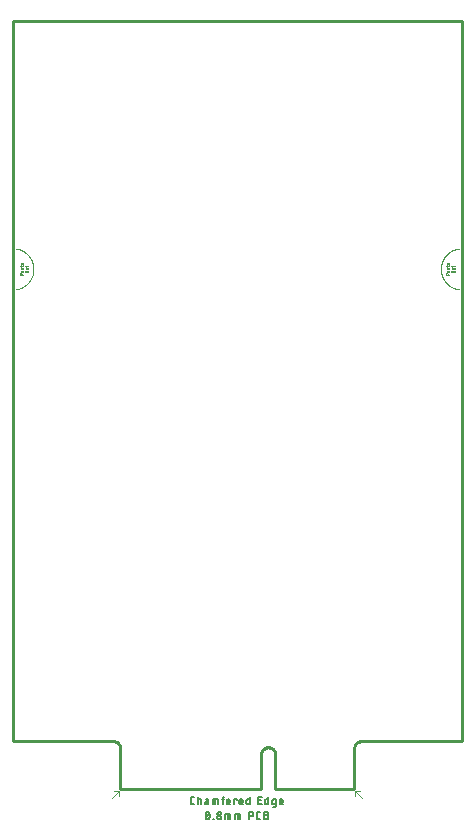
<source format=gko>
G04 EAGLE Gerber RS-274X export*
G75*
%MOMM*%
%FSLAX34Y34*%
%LPD*%
%IN*%
%IPPOS*%
%AMOC8*
5,1,8,0,0,1.08239X$1,22.5*%
G01*
%ADD10C,0.203200*%
%ADD11C,0.127000*%
%ADD12C,0.101600*%
%ADD13C,0.025400*%
%ADD14C,0.050000*%
%ADD15C,0.254000*%


D10*
X289750Y0D02*
X222750Y0D01*
X210750Y0D02*
X91250Y0D01*
X91250Y35000D01*
X289750Y35000D02*
X289750Y0D01*
X289750Y35000D02*
X289754Y35140D01*
X289763Y35280D01*
X289775Y35420D01*
X289791Y35559D01*
X289811Y35698D01*
X289834Y35836D01*
X289862Y35974D01*
X289893Y36110D01*
X289928Y36246D01*
X289967Y36381D01*
X290009Y36515D01*
X290055Y36647D01*
X290105Y36778D01*
X290158Y36908D01*
X290215Y37036D01*
X290275Y37163D01*
X290338Y37288D01*
X290406Y37411D01*
X290476Y37532D01*
X290550Y37651D01*
X290627Y37769D01*
X290707Y37884D01*
X290790Y37996D01*
X290877Y38107D01*
X290966Y38215D01*
X291058Y38320D01*
X291153Y38423D01*
X291251Y38524D01*
X291352Y38621D01*
X291455Y38716D01*
X291561Y38808D01*
X291670Y38897D01*
X291780Y38983D01*
X291893Y39066D01*
X292009Y39146D01*
X292126Y39222D01*
X292246Y39296D01*
X292367Y39366D01*
X292491Y39432D01*
X292616Y39495D01*
X292743Y39555D01*
X292871Y39611D01*
X293001Y39664D01*
X293132Y39713D01*
X293265Y39759D01*
X293399Y39801D01*
X293534Y39839D01*
X293670Y39873D01*
X293806Y39904D01*
X293944Y39931D01*
X294082Y39954D01*
X294221Y39973D01*
X294361Y39989D01*
X294500Y40001D01*
X91250Y35000D02*
X91244Y35142D01*
X91234Y35285D01*
X91220Y35426D01*
X91202Y35568D01*
X91181Y35709D01*
X91155Y35849D01*
X91126Y35988D01*
X91093Y36127D01*
X91056Y36264D01*
X91015Y36401D01*
X90970Y36536D01*
X90922Y36670D01*
X90870Y36803D01*
X90814Y36934D01*
X90755Y37064D01*
X90692Y37192D01*
X90626Y37318D01*
X90556Y37442D01*
X90483Y37564D01*
X90407Y37684D01*
X90327Y37802D01*
X90244Y37918D01*
X90158Y38032D01*
X90069Y38143D01*
X89976Y38251D01*
X89881Y38357D01*
X89783Y38461D01*
X89682Y38561D01*
X89578Y38659D01*
X89472Y38754D01*
X89363Y38846D01*
X89252Y38934D01*
X89138Y39020D01*
X89022Y39103D01*
X88903Y39182D01*
X88783Y39258D01*
X88660Y39331D01*
X88536Y39400D01*
X88409Y39466D01*
X88281Y39528D01*
X88151Y39587D01*
X88020Y39642D01*
X87887Y39693D01*
X87753Y39741D01*
X87617Y39785D01*
X87481Y39825D01*
X87343Y39862D01*
X87204Y39894D01*
X87065Y39923D01*
X86924Y39948D01*
X86784Y39969D01*
X86642Y39986D01*
X86500Y40000D01*
X222750Y29000D02*
X222750Y0D01*
X210750Y0D02*
X210750Y29000D01*
X210752Y29153D01*
X210758Y29306D01*
X210768Y29459D01*
X210781Y29612D01*
X210799Y29764D01*
X210820Y29916D01*
X210846Y30067D01*
X210875Y30217D01*
X210908Y30367D01*
X210945Y30516D01*
X210985Y30664D01*
X211030Y30810D01*
X211078Y30956D01*
X211130Y31100D01*
X211185Y31243D01*
X211244Y31384D01*
X211307Y31524D01*
X211373Y31662D01*
X211443Y31799D01*
X211516Y31933D01*
X211593Y32066D01*
X211673Y32197D01*
X211756Y32325D01*
X211842Y32452D01*
X211932Y32576D01*
X212025Y32698D01*
X212121Y32817D01*
X212220Y32934D01*
X212322Y33049D01*
X212427Y33161D01*
X212535Y33270D01*
X212645Y33376D01*
X212758Y33479D01*
X212874Y33580D01*
X212992Y33677D01*
X213113Y33772D01*
X213236Y33863D01*
X213361Y33951D01*
X213489Y34036D01*
X213618Y34118D01*
X213750Y34196D01*
X213884Y34271D01*
X214019Y34343D01*
X214157Y34411D01*
X214296Y34475D01*
X214436Y34536D01*
X214578Y34593D01*
X214722Y34647D01*
X214867Y34697D01*
X215013Y34743D01*
X215160Y34786D01*
X215308Y34824D01*
X215458Y34859D01*
X215608Y34890D01*
X215758Y34918D01*
X215910Y34941D01*
X216062Y34960D01*
X216214Y34976D01*
X216367Y34988D01*
X216520Y34996D01*
X216673Y35000D01*
X216827Y35000D01*
X216980Y34996D01*
X217133Y34988D01*
X217286Y34976D01*
X217438Y34960D01*
X217590Y34941D01*
X217742Y34918D01*
X217892Y34890D01*
X218042Y34859D01*
X218192Y34824D01*
X218340Y34786D01*
X218487Y34743D01*
X218633Y34697D01*
X218778Y34647D01*
X218922Y34593D01*
X219064Y34536D01*
X219204Y34475D01*
X219343Y34411D01*
X219481Y34343D01*
X219616Y34271D01*
X219750Y34196D01*
X219882Y34118D01*
X220011Y34036D01*
X220139Y33951D01*
X220264Y33863D01*
X220387Y33772D01*
X220508Y33677D01*
X220626Y33580D01*
X220742Y33479D01*
X220855Y33376D01*
X220965Y33270D01*
X221073Y33161D01*
X221178Y33049D01*
X221280Y32934D01*
X221379Y32817D01*
X221475Y32698D01*
X221568Y32576D01*
X221658Y32452D01*
X221744Y32325D01*
X221827Y32197D01*
X221907Y32066D01*
X221984Y31933D01*
X222057Y31799D01*
X222127Y31662D01*
X222193Y31524D01*
X222256Y31384D01*
X222315Y31243D01*
X222370Y31100D01*
X222422Y30956D01*
X222470Y30810D01*
X222515Y30664D01*
X222555Y30516D01*
X222592Y30367D01*
X222625Y30217D01*
X222654Y30067D01*
X222680Y29916D01*
X222701Y29764D01*
X222719Y29612D01*
X222732Y29459D01*
X222742Y29306D01*
X222748Y29153D01*
X222750Y29000D01*
X86500Y40000D02*
X500Y40000D01*
X500Y650000D01*
X294500Y40000D02*
X380500Y40000D01*
X380500Y650000D01*
X500Y650000D01*
D11*
X152732Y-13175D02*
X154143Y-13175D01*
X152732Y-13175D02*
X152658Y-13173D01*
X152585Y-13167D01*
X152511Y-13158D01*
X152439Y-13144D01*
X152367Y-13127D01*
X152296Y-13106D01*
X152226Y-13081D01*
X152158Y-13053D01*
X152091Y-13021D01*
X152027Y-12986D01*
X151964Y-12947D01*
X151903Y-12906D01*
X151844Y-12861D01*
X151788Y-12813D01*
X151734Y-12762D01*
X151683Y-12708D01*
X151635Y-12652D01*
X151590Y-12593D01*
X151549Y-12533D01*
X151510Y-12470D01*
X151475Y-12405D01*
X151443Y-12338D01*
X151415Y-12270D01*
X151390Y-12200D01*
X151369Y-12129D01*
X151352Y-12057D01*
X151338Y-11985D01*
X151329Y-11912D01*
X151323Y-11838D01*
X151321Y-11764D01*
X151321Y-8236D01*
X151323Y-8162D01*
X151329Y-8089D01*
X151338Y-8015D01*
X151352Y-7943D01*
X151369Y-7871D01*
X151390Y-7800D01*
X151415Y-7730D01*
X151443Y-7662D01*
X151475Y-7595D01*
X151510Y-7531D01*
X151549Y-7468D01*
X151590Y-7407D01*
X151635Y-7348D01*
X151683Y-7292D01*
X151734Y-7238D01*
X151788Y-7187D01*
X151844Y-7139D01*
X151903Y-7094D01*
X151963Y-7053D01*
X152026Y-7014D01*
X152091Y-6979D01*
X152158Y-6947D01*
X152226Y-6919D01*
X152296Y-6894D01*
X152367Y-6873D01*
X152439Y-6856D01*
X152511Y-6842D01*
X152584Y-6833D01*
X152658Y-6827D01*
X152732Y-6825D01*
X154143Y-6825D01*
X157191Y-6825D02*
X157191Y-13175D01*
X157191Y-8942D02*
X158955Y-8942D01*
X159019Y-8944D01*
X159083Y-8950D01*
X159146Y-8959D01*
X159208Y-8973D01*
X159270Y-8990D01*
X159330Y-9011D01*
X159389Y-9035D01*
X159447Y-9063D01*
X159502Y-9095D01*
X159556Y-9129D01*
X159607Y-9167D01*
X159657Y-9208D01*
X159703Y-9252D01*
X159747Y-9298D01*
X159788Y-9347D01*
X159826Y-9399D01*
X159860Y-9453D01*
X159892Y-9508D01*
X159920Y-9566D01*
X159944Y-9625D01*
X159965Y-9685D01*
X159982Y-9747D01*
X159996Y-9809D01*
X160005Y-9872D01*
X160011Y-9936D01*
X160013Y-10000D01*
X160013Y-13175D01*
X164544Y-10706D02*
X166131Y-10706D01*
X164544Y-10705D02*
X164475Y-10707D01*
X164406Y-10713D01*
X164337Y-10722D01*
X164269Y-10736D01*
X164202Y-10753D01*
X164136Y-10774D01*
X164071Y-10799D01*
X164008Y-10827D01*
X163947Y-10859D01*
X163887Y-10894D01*
X163829Y-10933D01*
X163774Y-10974D01*
X163721Y-11019D01*
X163671Y-11067D01*
X163623Y-11117D01*
X163578Y-11170D01*
X163537Y-11225D01*
X163498Y-11283D01*
X163463Y-11343D01*
X163431Y-11404D01*
X163403Y-11467D01*
X163378Y-11532D01*
X163357Y-11598D01*
X163340Y-11665D01*
X163326Y-11733D01*
X163317Y-11802D01*
X163311Y-11871D01*
X163309Y-11940D01*
X163311Y-12009D01*
X163317Y-12078D01*
X163326Y-12147D01*
X163340Y-12215D01*
X163357Y-12282D01*
X163378Y-12348D01*
X163403Y-12413D01*
X163431Y-12476D01*
X163463Y-12537D01*
X163498Y-12597D01*
X163537Y-12655D01*
X163578Y-12710D01*
X163623Y-12763D01*
X163671Y-12813D01*
X163721Y-12861D01*
X163774Y-12906D01*
X163829Y-12947D01*
X163887Y-12986D01*
X163947Y-13021D01*
X164008Y-13053D01*
X164071Y-13081D01*
X164136Y-13106D01*
X164202Y-13127D01*
X164269Y-13144D01*
X164337Y-13158D01*
X164406Y-13167D01*
X164475Y-13173D01*
X164544Y-13175D01*
X166131Y-13175D01*
X166131Y-10000D01*
X166129Y-9936D01*
X166123Y-9872D01*
X166114Y-9809D01*
X166100Y-9747D01*
X166083Y-9685D01*
X166062Y-9625D01*
X166038Y-9566D01*
X166010Y-9508D01*
X165978Y-9453D01*
X165944Y-9399D01*
X165906Y-9348D01*
X165865Y-9298D01*
X165821Y-9252D01*
X165775Y-9208D01*
X165725Y-9167D01*
X165674Y-9129D01*
X165620Y-9095D01*
X165565Y-9063D01*
X165507Y-9035D01*
X165448Y-9011D01*
X165388Y-8990D01*
X165326Y-8973D01*
X165264Y-8959D01*
X165201Y-8950D01*
X165137Y-8944D01*
X165073Y-8942D01*
X163662Y-8942D01*
X169973Y-8942D02*
X169973Y-13175D01*
X169973Y-8942D02*
X173148Y-8942D01*
X173212Y-8944D01*
X173276Y-8950D01*
X173339Y-8959D01*
X173401Y-8973D01*
X173463Y-8990D01*
X173523Y-9011D01*
X173582Y-9035D01*
X173640Y-9063D01*
X173695Y-9095D01*
X173749Y-9129D01*
X173800Y-9167D01*
X173850Y-9208D01*
X173896Y-9252D01*
X173940Y-9298D01*
X173981Y-9348D01*
X174019Y-9399D01*
X174053Y-9453D01*
X174085Y-9508D01*
X174113Y-9566D01*
X174137Y-9625D01*
X174158Y-9685D01*
X174175Y-9747D01*
X174189Y-9809D01*
X174198Y-9872D01*
X174204Y-9936D01*
X174206Y-10000D01*
X174206Y-13175D01*
X172090Y-13175D02*
X172090Y-8942D01*
X178097Y-7883D02*
X178097Y-13175D01*
X178097Y-7883D02*
X178099Y-7819D01*
X178105Y-7755D01*
X178114Y-7692D01*
X178128Y-7630D01*
X178145Y-7568D01*
X178166Y-7508D01*
X178190Y-7449D01*
X178218Y-7391D01*
X178250Y-7336D01*
X178284Y-7282D01*
X178322Y-7231D01*
X178363Y-7181D01*
X178407Y-7135D01*
X178453Y-7091D01*
X178503Y-7050D01*
X178554Y-7012D01*
X178608Y-6978D01*
X178663Y-6946D01*
X178721Y-6918D01*
X178780Y-6894D01*
X178840Y-6873D01*
X178902Y-6856D01*
X178964Y-6842D01*
X179027Y-6833D01*
X179091Y-6827D01*
X179155Y-6825D01*
X179508Y-6825D01*
X179508Y-8942D02*
X177391Y-8942D01*
X182709Y-13175D02*
X184473Y-13175D01*
X182709Y-13175D02*
X182645Y-13173D01*
X182581Y-13167D01*
X182518Y-13158D01*
X182456Y-13144D01*
X182394Y-13127D01*
X182334Y-13106D01*
X182275Y-13082D01*
X182217Y-13054D01*
X182162Y-13022D01*
X182108Y-12988D01*
X182057Y-12950D01*
X182007Y-12909D01*
X181961Y-12865D01*
X181917Y-12819D01*
X181876Y-12769D01*
X181838Y-12718D01*
X181804Y-12664D01*
X181772Y-12609D01*
X181744Y-12551D01*
X181720Y-12492D01*
X181699Y-12432D01*
X181682Y-12370D01*
X181668Y-12308D01*
X181659Y-12245D01*
X181653Y-12181D01*
X181651Y-12117D01*
X181651Y-10353D01*
X181653Y-10279D01*
X181659Y-10206D01*
X181668Y-10132D01*
X181682Y-10060D01*
X181699Y-9988D01*
X181720Y-9917D01*
X181745Y-9847D01*
X181773Y-9779D01*
X181805Y-9712D01*
X181840Y-9647D01*
X181879Y-9585D01*
X181920Y-9524D01*
X181965Y-9465D01*
X182013Y-9409D01*
X182064Y-9355D01*
X182118Y-9304D01*
X182174Y-9256D01*
X182233Y-9211D01*
X182294Y-9170D01*
X182357Y-9131D01*
X182421Y-9096D01*
X182488Y-9064D01*
X182556Y-9036D01*
X182626Y-9011D01*
X182697Y-8990D01*
X182769Y-8973D01*
X182841Y-8959D01*
X182915Y-8950D01*
X182988Y-8944D01*
X183062Y-8942D01*
X183136Y-8944D01*
X183209Y-8950D01*
X183283Y-8959D01*
X183355Y-8973D01*
X183427Y-8990D01*
X183498Y-9011D01*
X183568Y-9036D01*
X183636Y-9064D01*
X183703Y-9096D01*
X183768Y-9131D01*
X183830Y-9170D01*
X183891Y-9211D01*
X183950Y-9256D01*
X184006Y-9304D01*
X184060Y-9355D01*
X184111Y-9409D01*
X184159Y-9465D01*
X184204Y-9524D01*
X184245Y-9585D01*
X184284Y-9648D01*
X184319Y-9712D01*
X184351Y-9779D01*
X184379Y-9847D01*
X184404Y-9917D01*
X184425Y-9988D01*
X184442Y-10060D01*
X184456Y-10132D01*
X184465Y-10206D01*
X184471Y-10279D01*
X184473Y-10353D01*
X184473Y-11058D01*
X181651Y-11058D01*
X187885Y-13175D02*
X187885Y-8942D01*
X190001Y-8942D01*
X190001Y-9647D01*
X193454Y-13175D02*
X195218Y-13175D01*
X193454Y-13175D02*
X193390Y-13173D01*
X193326Y-13167D01*
X193263Y-13158D01*
X193201Y-13144D01*
X193139Y-13127D01*
X193079Y-13106D01*
X193020Y-13082D01*
X192962Y-13054D01*
X192907Y-13022D01*
X192853Y-12988D01*
X192802Y-12950D01*
X192752Y-12909D01*
X192706Y-12865D01*
X192662Y-12819D01*
X192621Y-12769D01*
X192583Y-12718D01*
X192549Y-12664D01*
X192517Y-12609D01*
X192489Y-12551D01*
X192465Y-12492D01*
X192444Y-12432D01*
X192427Y-12370D01*
X192413Y-12308D01*
X192404Y-12245D01*
X192398Y-12181D01*
X192396Y-12117D01*
X192395Y-12117D02*
X192395Y-10353D01*
X192397Y-10279D01*
X192403Y-10206D01*
X192412Y-10132D01*
X192426Y-10060D01*
X192443Y-9988D01*
X192464Y-9917D01*
X192489Y-9847D01*
X192517Y-9779D01*
X192549Y-9712D01*
X192584Y-9647D01*
X192623Y-9585D01*
X192664Y-9524D01*
X192709Y-9465D01*
X192757Y-9409D01*
X192808Y-9355D01*
X192862Y-9304D01*
X192918Y-9256D01*
X192977Y-9211D01*
X193038Y-9170D01*
X193101Y-9131D01*
X193165Y-9096D01*
X193232Y-9064D01*
X193300Y-9036D01*
X193370Y-9011D01*
X193441Y-8990D01*
X193513Y-8973D01*
X193585Y-8959D01*
X193659Y-8950D01*
X193732Y-8944D01*
X193806Y-8942D01*
X193880Y-8944D01*
X193953Y-8950D01*
X194027Y-8959D01*
X194099Y-8973D01*
X194171Y-8990D01*
X194242Y-9011D01*
X194312Y-9036D01*
X194380Y-9064D01*
X194447Y-9096D01*
X194512Y-9131D01*
X194574Y-9170D01*
X194635Y-9211D01*
X194694Y-9256D01*
X194750Y-9304D01*
X194804Y-9355D01*
X194855Y-9409D01*
X194903Y-9465D01*
X194948Y-9524D01*
X194989Y-9585D01*
X195028Y-9648D01*
X195063Y-9712D01*
X195095Y-9779D01*
X195123Y-9847D01*
X195148Y-9917D01*
X195169Y-9988D01*
X195186Y-10060D01*
X195200Y-10132D01*
X195209Y-10206D01*
X195215Y-10279D01*
X195217Y-10353D01*
X195218Y-10353D02*
X195218Y-11058D01*
X192395Y-11058D01*
X201107Y-13175D02*
X201107Y-6825D01*
X201107Y-13175D02*
X199343Y-13175D01*
X199279Y-13173D01*
X199215Y-13167D01*
X199152Y-13158D01*
X199090Y-13144D01*
X199028Y-13127D01*
X198968Y-13106D01*
X198909Y-13082D01*
X198851Y-13054D01*
X198796Y-13022D01*
X198742Y-12988D01*
X198691Y-12950D01*
X198641Y-12909D01*
X198595Y-12865D01*
X198551Y-12819D01*
X198510Y-12769D01*
X198472Y-12718D01*
X198438Y-12664D01*
X198406Y-12609D01*
X198378Y-12551D01*
X198354Y-12492D01*
X198333Y-12432D01*
X198316Y-12370D01*
X198302Y-12308D01*
X198293Y-12245D01*
X198287Y-12181D01*
X198285Y-12117D01*
X198284Y-12117D02*
X198284Y-10000D01*
X198285Y-10000D02*
X198287Y-9936D01*
X198293Y-9872D01*
X198302Y-9809D01*
X198316Y-9747D01*
X198333Y-9685D01*
X198354Y-9625D01*
X198378Y-9566D01*
X198406Y-9508D01*
X198438Y-9453D01*
X198472Y-9399D01*
X198510Y-9348D01*
X198551Y-9298D01*
X198595Y-9252D01*
X198641Y-9208D01*
X198691Y-9167D01*
X198742Y-9129D01*
X198796Y-9095D01*
X198851Y-9063D01*
X198909Y-9035D01*
X198968Y-9011D01*
X199028Y-8990D01*
X199090Y-8973D01*
X199152Y-8959D01*
X199215Y-8950D01*
X199279Y-8944D01*
X199343Y-8942D01*
X201107Y-8942D01*
X208523Y-13175D02*
X211345Y-13175D01*
X208523Y-13175D02*
X208523Y-6825D01*
X211345Y-6825D01*
X210639Y-9647D02*
X208523Y-9647D01*
X216880Y-6825D02*
X216880Y-13175D01*
X215116Y-13175D01*
X215052Y-13173D01*
X214988Y-13167D01*
X214925Y-13158D01*
X214863Y-13144D01*
X214801Y-13127D01*
X214741Y-13106D01*
X214682Y-13082D01*
X214624Y-13054D01*
X214569Y-13022D01*
X214515Y-12988D01*
X214464Y-12950D01*
X214414Y-12909D01*
X214368Y-12865D01*
X214324Y-12819D01*
X214283Y-12769D01*
X214245Y-12718D01*
X214211Y-12664D01*
X214179Y-12609D01*
X214151Y-12551D01*
X214127Y-12492D01*
X214106Y-12432D01*
X214089Y-12370D01*
X214075Y-12308D01*
X214066Y-12245D01*
X214060Y-12181D01*
X214058Y-12117D01*
X214058Y-10000D01*
X214060Y-9936D01*
X214066Y-9872D01*
X214075Y-9809D01*
X214089Y-9747D01*
X214106Y-9685D01*
X214127Y-9625D01*
X214151Y-9566D01*
X214179Y-9508D01*
X214211Y-9453D01*
X214245Y-9399D01*
X214283Y-9348D01*
X214324Y-9298D01*
X214368Y-9252D01*
X214414Y-9208D01*
X214464Y-9167D01*
X214515Y-9129D01*
X214569Y-9095D01*
X214624Y-9063D01*
X214682Y-9035D01*
X214741Y-9011D01*
X214801Y-8990D01*
X214863Y-8973D01*
X214925Y-8959D01*
X214988Y-8950D01*
X215052Y-8944D01*
X215116Y-8942D01*
X216880Y-8942D01*
X221288Y-13175D02*
X223052Y-13175D01*
X221288Y-13175D02*
X221224Y-13173D01*
X221160Y-13167D01*
X221097Y-13158D01*
X221035Y-13144D01*
X220973Y-13127D01*
X220913Y-13106D01*
X220854Y-13082D01*
X220796Y-13054D01*
X220741Y-13022D01*
X220687Y-12988D01*
X220636Y-12950D01*
X220586Y-12909D01*
X220540Y-12865D01*
X220496Y-12819D01*
X220455Y-12769D01*
X220417Y-12718D01*
X220383Y-12664D01*
X220351Y-12609D01*
X220323Y-12551D01*
X220299Y-12492D01*
X220278Y-12432D01*
X220261Y-12370D01*
X220247Y-12308D01*
X220238Y-12245D01*
X220232Y-12181D01*
X220230Y-12117D01*
X220230Y-10000D01*
X220232Y-9936D01*
X220238Y-9872D01*
X220247Y-9809D01*
X220261Y-9747D01*
X220278Y-9685D01*
X220299Y-9625D01*
X220323Y-9566D01*
X220351Y-9508D01*
X220383Y-9453D01*
X220417Y-9399D01*
X220455Y-9348D01*
X220496Y-9298D01*
X220540Y-9252D01*
X220586Y-9208D01*
X220636Y-9167D01*
X220687Y-9129D01*
X220741Y-9095D01*
X220796Y-9063D01*
X220854Y-9035D01*
X220913Y-9011D01*
X220973Y-8990D01*
X221035Y-8973D01*
X221097Y-8959D01*
X221160Y-8950D01*
X221224Y-8944D01*
X221288Y-8942D01*
X223052Y-8942D01*
X223052Y-14233D01*
X223050Y-14297D01*
X223044Y-14361D01*
X223035Y-14424D01*
X223021Y-14486D01*
X223004Y-14548D01*
X222983Y-14608D01*
X222959Y-14667D01*
X222931Y-14725D01*
X222899Y-14780D01*
X222865Y-14834D01*
X222827Y-14885D01*
X222786Y-14935D01*
X222742Y-14981D01*
X222696Y-15025D01*
X222646Y-15066D01*
X222595Y-15104D01*
X222541Y-15138D01*
X222486Y-15170D01*
X222428Y-15198D01*
X222369Y-15222D01*
X222309Y-15243D01*
X222247Y-15260D01*
X222185Y-15274D01*
X222122Y-15283D01*
X222058Y-15289D01*
X221994Y-15291D01*
X221994Y-15292D02*
X220583Y-15292D01*
X227515Y-13175D02*
X229279Y-13175D01*
X227515Y-13175D02*
X227451Y-13173D01*
X227387Y-13167D01*
X227324Y-13158D01*
X227262Y-13144D01*
X227200Y-13127D01*
X227140Y-13106D01*
X227081Y-13082D01*
X227023Y-13054D01*
X226968Y-13022D01*
X226914Y-12988D01*
X226863Y-12950D01*
X226813Y-12909D01*
X226767Y-12865D01*
X226723Y-12819D01*
X226682Y-12769D01*
X226644Y-12718D01*
X226610Y-12664D01*
X226578Y-12609D01*
X226550Y-12551D01*
X226526Y-12492D01*
X226505Y-12432D01*
X226488Y-12370D01*
X226474Y-12308D01*
X226465Y-12245D01*
X226459Y-12181D01*
X226457Y-12117D01*
X226457Y-10353D01*
X226459Y-10279D01*
X226465Y-10206D01*
X226474Y-10132D01*
X226488Y-10060D01*
X226505Y-9988D01*
X226526Y-9917D01*
X226551Y-9847D01*
X226579Y-9779D01*
X226611Y-9712D01*
X226646Y-9647D01*
X226685Y-9585D01*
X226726Y-9524D01*
X226771Y-9465D01*
X226819Y-9409D01*
X226870Y-9355D01*
X226924Y-9304D01*
X226980Y-9256D01*
X227039Y-9211D01*
X227100Y-9170D01*
X227163Y-9131D01*
X227227Y-9096D01*
X227294Y-9064D01*
X227362Y-9036D01*
X227432Y-9011D01*
X227503Y-8990D01*
X227575Y-8973D01*
X227647Y-8959D01*
X227721Y-8950D01*
X227794Y-8944D01*
X227868Y-8942D01*
X227942Y-8944D01*
X228015Y-8950D01*
X228089Y-8959D01*
X228161Y-8973D01*
X228233Y-8990D01*
X228304Y-9011D01*
X228374Y-9036D01*
X228442Y-9064D01*
X228509Y-9096D01*
X228574Y-9131D01*
X228636Y-9170D01*
X228697Y-9211D01*
X228756Y-9256D01*
X228812Y-9304D01*
X228866Y-9355D01*
X228917Y-9409D01*
X228965Y-9465D01*
X229010Y-9524D01*
X229051Y-9585D01*
X229090Y-9648D01*
X229125Y-9712D01*
X229157Y-9779D01*
X229185Y-9847D01*
X229210Y-9917D01*
X229231Y-9988D01*
X229248Y-10060D01*
X229262Y-10132D01*
X229271Y-10206D01*
X229277Y-10279D01*
X229279Y-10353D01*
X229279Y-11058D01*
X226457Y-11058D01*
D12*
X290300Y-2000D02*
X296300Y-8000D01*
X290300Y-6000D02*
X290300Y-2000D01*
X294300Y-2000D01*
X90300Y-2000D02*
X84300Y-8000D01*
X86300Y-2000D02*
X90300Y-2000D01*
X90300Y-6000D01*
D11*
X163769Y-22700D02*
X163771Y-22560D01*
X163776Y-22421D01*
X163786Y-22282D01*
X163799Y-22143D01*
X163815Y-22004D01*
X163836Y-21866D01*
X163860Y-21728D01*
X163888Y-21591D01*
X163919Y-21455D01*
X163954Y-21320D01*
X163993Y-21186D01*
X164035Y-21053D01*
X164081Y-20921D01*
X164130Y-20790D01*
X164183Y-20661D01*
X164239Y-20533D01*
X164298Y-20407D01*
X164299Y-20407D02*
X164323Y-20341D01*
X164351Y-20276D01*
X164383Y-20213D01*
X164418Y-20152D01*
X164456Y-20093D01*
X164497Y-20036D01*
X164541Y-19982D01*
X164589Y-19929D01*
X164639Y-19880D01*
X164691Y-19833D01*
X164746Y-19789D01*
X164803Y-19748D01*
X164863Y-19710D01*
X164924Y-19676D01*
X164987Y-19645D01*
X165052Y-19617D01*
X165118Y-19593D01*
X165185Y-19572D01*
X165254Y-19555D01*
X165323Y-19542D01*
X165393Y-19533D01*
X165463Y-19527D01*
X165533Y-19525D01*
X165603Y-19527D01*
X165674Y-19533D01*
X165743Y-19542D01*
X165812Y-19555D01*
X165881Y-19572D01*
X165948Y-19593D01*
X166014Y-19617D01*
X166079Y-19645D01*
X166142Y-19676D01*
X166203Y-19710D01*
X166263Y-19748D01*
X166320Y-19789D01*
X166375Y-19833D01*
X166427Y-19880D01*
X166477Y-19929D01*
X166525Y-19982D01*
X166569Y-20036D01*
X166610Y-20093D01*
X166648Y-20152D01*
X166683Y-20213D01*
X166715Y-20276D01*
X166743Y-20341D01*
X166767Y-20407D01*
X166768Y-20407D02*
X166827Y-20533D01*
X166883Y-20661D01*
X166936Y-20790D01*
X166985Y-20921D01*
X167031Y-21053D01*
X167073Y-21186D01*
X167112Y-21320D01*
X167147Y-21455D01*
X167178Y-21591D01*
X167206Y-21728D01*
X167230Y-21866D01*
X167251Y-22004D01*
X167267Y-22143D01*
X167280Y-22282D01*
X167290Y-22421D01*
X167295Y-22560D01*
X167297Y-22700D01*
X163769Y-22700D02*
X163771Y-22840D01*
X163776Y-22979D01*
X163786Y-23118D01*
X163799Y-23257D01*
X163815Y-23396D01*
X163836Y-23534D01*
X163860Y-23672D01*
X163888Y-23809D01*
X163919Y-23945D01*
X163954Y-24080D01*
X163993Y-24214D01*
X164035Y-24347D01*
X164081Y-24479D01*
X164130Y-24610D01*
X164183Y-24739D01*
X164239Y-24867D01*
X164298Y-24993D01*
X164299Y-24993D02*
X164323Y-25059D01*
X164351Y-25124D01*
X164383Y-25187D01*
X164418Y-25248D01*
X164456Y-25307D01*
X164497Y-25364D01*
X164542Y-25419D01*
X164589Y-25471D01*
X164639Y-25520D01*
X164691Y-25567D01*
X164746Y-25611D01*
X164803Y-25652D01*
X164863Y-25690D01*
X164924Y-25724D01*
X164987Y-25755D01*
X165052Y-25783D01*
X165118Y-25807D01*
X165185Y-25828D01*
X165254Y-25845D01*
X165323Y-25858D01*
X165393Y-25867D01*
X165463Y-25873D01*
X165533Y-25875D01*
X166768Y-24993D02*
X166827Y-24867D01*
X166883Y-24739D01*
X166936Y-24610D01*
X166985Y-24479D01*
X167031Y-24347D01*
X167073Y-24214D01*
X167112Y-24080D01*
X167147Y-23945D01*
X167178Y-23809D01*
X167206Y-23672D01*
X167230Y-23534D01*
X167251Y-23396D01*
X167267Y-23257D01*
X167280Y-23118D01*
X167290Y-22979D01*
X167295Y-22840D01*
X167297Y-22700D01*
X166767Y-24993D02*
X166743Y-25059D01*
X166715Y-25124D01*
X166683Y-25187D01*
X166648Y-25248D01*
X166610Y-25307D01*
X166569Y-25364D01*
X166525Y-25418D01*
X166477Y-25471D01*
X166427Y-25520D01*
X166375Y-25567D01*
X166320Y-25611D01*
X166263Y-25652D01*
X166203Y-25690D01*
X166142Y-25724D01*
X166079Y-25755D01*
X166014Y-25783D01*
X165948Y-25807D01*
X165881Y-25828D01*
X165812Y-25845D01*
X165743Y-25858D01*
X165673Y-25867D01*
X165603Y-25873D01*
X165533Y-25875D01*
X164122Y-24464D02*
X166944Y-20936D01*
X170157Y-25522D02*
X170157Y-25875D01*
X170157Y-25522D02*
X170510Y-25522D01*
X170510Y-25875D01*
X170157Y-25875D01*
X173370Y-24111D02*
X173372Y-24028D01*
X173378Y-23946D01*
X173387Y-23864D01*
X173401Y-23782D01*
X173418Y-23701D01*
X173439Y-23621D01*
X173464Y-23542D01*
X173493Y-23465D01*
X173525Y-23388D01*
X173560Y-23314D01*
X173599Y-23241D01*
X173642Y-23170D01*
X173688Y-23101D01*
X173737Y-23034D01*
X173789Y-22970D01*
X173844Y-22908D01*
X173901Y-22849D01*
X173962Y-22793D01*
X174025Y-22739D01*
X174090Y-22689D01*
X174158Y-22641D01*
X174228Y-22597D01*
X174300Y-22557D01*
X174374Y-22519D01*
X174449Y-22485D01*
X174526Y-22455D01*
X174605Y-22428D01*
X174684Y-22405D01*
X174765Y-22386D01*
X174846Y-22371D01*
X174928Y-22359D01*
X175010Y-22351D01*
X175093Y-22347D01*
X175175Y-22347D01*
X175258Y-22351D01*
X175340Y-22359D01*
X175422Y-22371D01*
X175503Y-22386D01*
X175584Y-22405D01*
X175663Y-22428D01*
X175742Y-22455D01*
X175819Y-22485D01*
X175894Y-22519D01*
X175968Y-22557D01*
X176040Y-22597D01*
X176110Y-22641D01*
X176178Y-22689D01*
X176243Y-22739D01*
X176306Y-22793D01*
X176367Y-22849D01*
X176424Y-22908D01*
X176479Y-22970D01*
X176531Y-23034D01*
X176580Y-23101D01*
X176626Y-23170D01*
X176669Y-23241D01*
X176708Y-23314D01*
X176743Y-23388D01*
X176775Y-23465D01*
X176804Y-23542D01*
X176829Y-23621D01*
X176850Y-23701D01*
X176867Y-23782D01*
X176881Y-23864D01*
X176890Y-23946D01*
X176896Y-24028D01*
X176898Y-24111D01*
X176896Y-24194D01*
X176890Y-24276D01*
X176881Y-24358D01*
X176867Y-24440D01*
X176850Y-24521D01*
X176829Y-24601D01*
X176804Y-24680D01*
X176775Y-24757D01*
X176743Y-24834D01*
X176708Y-24908D01*
X176669Y-24981D01*
X176626Y-25052D01*
X176580Y-25121D01*
X176531Y-25188D01*
X176479Y-25252D01*
X176424Y-25314D01*
X176367Y-25373D01*
X176306Y-25429D01*
X176243Y-25483D01*
X176178Y-25533D01*
X176110Y-25581D01*
X176040Y-25625D01*
X175968Y-25665D01*
X175894Y-25703D01*
X175819Y-25737D01*
X175742Y-25767D01*
X175663Y-25794D01*
X175584Y-25817D01*
X175503Y-25836D01*
X175422Y-25851D01*
X175340Y-25863D01*
X175258Y-25871D01*
X175175Y-25875D01*
X175093Y-25875D01*
X175010Y-25871D01*
X174928Y-25863D01*
X174846Y-25851D01*
X174765Y-25836D01*
X174684Y-25817D01*
X174605Y-25794D01*
X174526Y-25767D01*
X174449Y-25737D01*
X174374Y-25703D01*
X174300Y-25665D01*
X174228Y-25625D01*
X174158Y-25581D01*
X174090Y-25533D01*
X174025Y-25483D01*
X173962Y-25429D01*
X173901Y-25373D01*
X173844Y-25314D01*
X173789Y-25252D01*
X173737Y-25188D01*
X173688Y-25121D01*
X173642Y-25052D01*
X173599Y-24981D01*
X173560Y-24908D01*
X173525Y-24834D01*
X173493Y-24757D01*
X173464Y-24680D01*
X173439Y-24601D01*
X173418Y-24521D01*
X173401Y-24440D01*
X173387Y-24358D01*
X173378Y-24276D01*
X173372Y-24194D01*
X173370Y-24111D01*
X173723Y-20936D02*
X173725Y-20862D01*
X173731Y-20789D01*
X173740Y-20715D01*
X173754Y-20643D01*
X173771Y-20571D01*
X173792Y-20500D01*
X173817Y-20430D01*
X173845Y-20362D01*
X173877Y-20295D01*
X173912Y-20231D01*
X173951Y-20168D01*
X173992Y-20107D01*
X174037Y-20048D01*
X174085Y-19992D01*
X174136Y-19938D01*
X174190Y-19887D01*
X174246Y-19839D01*
X174305Y-19794D01*
X174366Y-19753D01*
X174429Y-19714D01*
X174493Y-19679D01*
X174560Y-19647D01*
X174628Y-19619D01*
X174698Y-19594D01*
X174769Y-19573D01*
X174841Y-19556D01*
X174913Y-19542D01*
X174987Y-19533D01*
X175060Y-19527D01*
X175134Y-19525D01*
X175208Y-19527D01*
X175281Y-19533D01*
X175355Y-19542D01*
X175427Y-19556D01*
X175499Y-19573D01*
X175570Y-19594D01*
X175640Y-19619D01*
X175708Y-19647D01*
X175775Y-19679D01*
X175840Y-19714D01*
X175902Y-19753D01*
X175963Y-19794D01*
X176022Y-19839D01*
X176078Y-19887D01*
X176132Y-19938D01*
X176183Y-19992D01*
X176231Y-20048D01*
X176276Y-20107D01*
X176317Y-20168D01*
X176356Y-20231D01*
X176391Y-20295D01*
X176423Y-20362D01*
X176451Y-20430D01*
X176476Y-20500D01*
X176497Y-20571D01*
X176514Y-20643D01*
X176528Y-20715D01*
X176537Y-20789D01*
X176543Y-20862D01*
X176545Y-20936D01*
X176543Y-21010D01*
X176537Y-21083D01*
X176528Y-21157D01*
X176514Y-21229D01*
X176497Y-21301D01*
X176476Y-21372D01*
X176451Y-21442D01*
X176423Y-21510D01*
X176391Y-21577D01*
X176356Y-21641D01*
X176317Y-21704D01*
X176276Y-21765D01*
X176231Y-21824D01*
X176183Y-21880D01*
X176132Y-21934D01*
X176078Y-21985D01*
X176022Y-22033D01*
X175963Y-22078D01*
X175902Y-22119D01*
X175840Y-22158D01*
X175775Y-22193D01*
X175708Y-22225D01*
X175640Y-22253D01*
X175570Y-22278D01*
X175499Y-22299D01*
X175427Y-22316D01*
X175355Y-22330D01*
X175281Y-22339D01*
X175208Y-22345D01*
X175134Y-22347D01*
X175060Y-22345D01*
X174987Y-22339D01*
X174913Y-22330D01*
X174841Y-22316D01*
X174769Y-22299D01*
X174698Y-22278D01*
X174628Y-22253D01*
X174560Y-22225D01*
X174493Y-22193D01*
X174429Y-22158D01*
X174366Y-22119D01*
X174305Y-22078D01*
X174246Y-22033D01*
X174190Y-21985D01*
X174136Y-21934D01*
X174085Y-21880D01*
X174037Y-21824D01*
X173992Y-21765D01*
X173951Y-21704D01*
X173912Y-21641D01*
X173877Y-21577D01*
X173845Y-21510D01*
X173817Y-21442D01*
X173792Y-21372D01*
X173771Y-21301D01*
X173754Y-21229D01*
X173740Y-21157D01*
X173731Y-21083D01*
X173725Y-21010D01*
X173723Y-20936D01*
X180561Y-21642D02*
X180561Y-25875D01*
X180561Y-21642D02*
X183736Y-21642D01*
X183800Y-21644D01*
X183864Y-21650D01*
X183927Y-21659D01*
X183989Y-21673D01*
X184051Y-21690D01*
X184111Y-21711D01*
X184170Y-21735D01*
X184228Y-21763D01*
X184283Y-21795D01*
X184337Y-21829D01*
X184388Y-21867D01*
X184438Y-21908D01*
X184484Y-21952D01*
X184528Y-21998D01*
X184569Y-22048D01*
X184607Y-22099D01*
X184641Y-22153D01*
X184673Y-22208D01*
X184701Y-22266D01*
X184725Y-22325D01*
X184746Y-22385D01*
X184763Y-22447D01*
X184777Y-22509D01*
X184786Y-22572D01*
X184792Y-22636D01*
X184794Y-22700D01*
X184795Y-22700D02*
X184795Y-25875D01*
X182678Y-25875D02*
X182678Y-21642D01*
X188791Y-21642D02*
X188791Y-25875D01*
X188791Y-21642D02*
X191966Y-21642D01*
X192030Y-21644D01*
X192094Y-21650D01*
X192157Y-21659D01*
X192219Y-21673D01*
X192281Y-21690D01*
X192341Y-21711D01*
X192400Y-21735D01*
X192458Y-21763D01*
X192513Y-21795D01*
X192567Y-21829D01*
X192618Y-21867D01*
X192668Y-21908D01*
X192714Y-21952D01*
X192758Y-21998D01*
X192799Y-22048D01*
X192837Y-22099D01*
X192871Y-22153D01*
X192903Y-22208D01*
X192931Y-22266D01*
X192955Y-22325D01*
X192976Y-22385D01*
X192993Y-22447D01*
X193007Y-22509D01*
X193016Y-22572D01*
X193022Y-22636D01*
X193024Y-22700D01*
X193024Y-25875D01*
X190908Y-25875D02*
X190908Y-21642D01*
X200730Y-19525D02*
X200730Y-25875D01*
X200730Y-19525D02*
X202494Y-19525D01*
X202577Y-19527D01*
X202659Y-19533D01*
X202741Y-19542D01*
X202823Y-19556D01*
X202904Y-19573D01*
X202984Y-19594D01*
X203063Y-19619D01*
X203140Y-19648D01*
X203217Y-19680D01*
X203291Y-19715D01*
X203364Y-19754D01*
X203435Y-19797D01*
X203504Y-19843D01*
X203571Y-19892D01*
X203635Y-19944D01*
X203697Y-19999D01*
X203756Y-20056D01*
X203812Y-20117D01*
X203866Y-20180D01*
X203916Y-20245D01*
X203964Y-20313D01*
X204008Y-20383D01*
X204048Y-20455D01*
X204086Y-20529D01*
X204120Y-20604D01*
X204150Y-20681D01*
X204177Y-20760D01*
X204200Y-20839D01*
X204219Y-20920D01*
X204234Y-21001D01*
X204246Y-21083D01*
X204254Y-21165D01*
X204258Y-21248D01*
X204258Y-21330D01*
X204254Y-21413D01*
X204246Y-21495D01*
X204234Y-21577D01*
X204219Y-21658D01*
X204200Y-21739D01*
X204177Y-21818D01*
X204150Y-21897D01*
X204120Y-21974D01*
X204086Y-22049D01*
X204048Y-22123D01*
X204008Y-22195D01*
X203964Y-22265D01*
X203916Y-22333D01*
X203866Y-22398D01*
X203812Y-22461D01*
X203756Y-22522D01*
X203697Y-22579D01*
X203635Y-22634D01*
X203571Y-22686D01*
X203504Y-22735D01*
X203435Y-22781D01*
X203364Y-22824D01*
X203291Y-22863D01*
X203217Y-22898D01*
X203140Y-22930D01*
X203063Y-22959D01*
X202984Y-22984D01*
X202904Y-23005D01*
X202823Y-23022D01*
X202741Y-23036D01*
X202659Y-23045D01*
X202577Y-23051D01*
X202494Y-23053D01*
X200730Y-23053D01*
X208583Y-25875D02*
X209994Y-25875D01*
X208583Y-25875D02*
X208509Y-25873D01*
X208436Y-25867D01*
X208362Y-25858D01*
X208290Y-25844D01*
X208218Y-25827D01*
X208147Y-25806D01*
X208077Y-25781D01*
X208009Y-25753D01*
X207942Y-25721D01*
X207878Y-25686D01*
X207815Y-25647D01*
X207754Y-25606D01*
X207695Y-25561D01*
X207639Y-25513D01*
X207585Y-25462D01*
X207534Y-25408D01*
X207486Y-25352D01*
X207441Y-25293D01*
X207400Y-25233D01*
X207361Y-25170D01*
X207326Y-25105D01*
X207294Y-25038D01*
X207266Y-24970D01*
X207241Y-24900D01*
X207220Y-24829D01*
X207203Y-24757D01*
X207189Y-24685D01*
X207180Y-24612D01*
X207174Y-24538D01*
X207172Y-24464D01*
X207172Y-20936D01*
X207174Y-20862D01*
X207180Y-20789D01*
X207189Y-20715D01*
X207203Y-20643D01*
X207220Y-20571D01*
X207241Y-20500D01*
X207266Y-20430D01*
X207294Y-20362D01*
X207326Y-20295D01*
X207361Y-20231D01*
X207400Y-20168D01*
X207441Y-20107D01*
X207486Y-20048D01*
X207534Y-19992D01*
X207585Y-19938D01*
X207639Y-19887D01*
X207695Y-19839D01*
X207754Y-19794D01*
X207814Y-19753D01*
X207877Y-19714D01*
X207942Y-19679D01*
X208009Y-19647D01*
X208077Y-19619D01*
X208147Y-19594D01*
X208218Y-19573D01*
X208290Y-19556D01*
X208362Y-19542D01*
X208435Y-19533D01*
X208509Y-19527D01*
X208583Y-19525D01*
X209994Y-19525D01*
X213303Y-22347D02*
X215067Y-22347D01*
X215150Y-22349D01*
X215232Y-22355D01*
X215314Y-22364D01*
X215396Y-22378D01*
X215477Y-22395D01*
X215557Y-22416D01*
X215636Y-22441D01*
X215713Y-22470D01*
X215790Y-22502D01*
X215864Y-22537D01*
X215937Y-22576D01*
X216008Y-22619D01*
X216077Y-22665D01*
X216144Y-22714D01*
X216208Y-22766D01*
X216270Y-22821D01*
X216329Y-22878D01*
X216385Y-22939D01*
X216439Y-23002D01*
X216489Y-23067D01*
X216537Y-23135D01*
X216581Y-23205D01*
X216621Y-23277D01*
X216659Y-23351D01*
X216693Y-23426D01*
X216723Y-23503D01*
X216750Y-23582D01*
X216773Y-23661D01*
X216792Y-23742D01*
X216807Y-23823D01*
X216819Y-23905D01*
X216827Y-23987D01*
X216831Y-24070D01*
X216831Y-24152D01*
X216827Y-24235D01*
X216819Y-24317D01*
X216807Y-24399D01*
X216792Y-24480D01*
X216773Y-24561D01*
X216750Y-24640D01*
X216723Y-24719D01*
X216693Y-24796D01*
X216659Y-24871D01*
X216621Y-24945D01*
X216581Y-25017D01*
X216537Y-25087D01*
X216489Y-25155D01*
X216439Y-25220D01*
X216385Y-25283D01*
X216329Y-25344D01*
X216270Y-25401D01*
X216208Y-25456D01*
X216144Y-25508D01*
X216077Y-25557D01*
X216008Y-25603D01*
X215937Y-25646D01*
X215864Y-25685D01*
X215790Y-25720D01*
X215713Y-25752D01*
X215636Y-25781D01*
X215557Y-25806D01*
X215477Y-25827D01*
X215396Y-25844D01*
X215314Y-25858D01*
X215232Y-25867D01*
X215150Y-25873D01*
X215067Y-25875D01*
X213303Y-25875D01*
X213303Y-19525D01*
X215067Y-19525D01*
X215141Y-19527D01*
X215214Y-19533D01*
X215288Y-19542D01*
X215360Y-19556D01*
X215432Y-19573D01*
X215503Y-19594D01*
X215573Y-19619D01*
X215641Y-19647D01*
X215708Y-19679D01*
X215772Y-19714D01*
X215835Y-19753D01*
X215896Y-19794D01*
X215955Y-19839D01*
X216011Y-19887D01*
X216065Y-19938D01*
X216116Y-19992D01*
X216164Y-20048D01*
X216209Y-20107D01*
X216250Y-20168D01*
X216289Y-20230D01*
X216324Y-20295D01*
X216356Y-20362D01*
X216384Y-20430D01*
X216409Y-20500D01*
X216430Y-20571D01*
X216447Y-20643D01*
X216461Y-20715D01*
X216470Y-20789D01*
X216476Y-20862D01*
X216478Y-20936D01*
X216476Y-21010D01*
X216470Y-21083D01*
X216461Y-21157D01*
X216447Y-21229D01*
X216430Y-21301D01*
X216409Y-21372D01*
X216384Y-21442D01*
X216356Y-21510D01*
X216324Y-21577D01*
X216289Y-21641D01*
X216250Y-21704D01*
X216209Y-21765D01*
X216164Y-21824D01*
X216116Y-21880D01*
X216065Y-21934D01*
X216011Y-21985D01*
X215955Y-22033D01*
X215896Y-22078D01*
X215835Y-22119D01*
X215773Y-22158D01*
X215708Y-22193D01*
X215641Y-22225D01*
X215573Y-22253D01*
X215503Y-22278D01*
X215432Y-22299D01*
X215360Y-22316D01*
X215288Y-22330D01*
X215214Y-22339D01*
X215141Y-22345D01*
X215067Y-22347D01*
D13*
X367337Y434777D02*
X370083Y434777D01*
X367337Y434777D02*
X367337Y435540D01*
X367339Y435594D01*
X367345Y435649D01*
X367354Y435702D01*
X367368Y435755D01*
X367385Y435807D01*
X367406Y435857D01*
X367430Y435906D01*
X367458Y435953D01*
X367489Y435997D01*
X367523Y436040D01*
X367560Y436080D01*
X367600Y436117D01*
X367643Y436151D01*
X367687Y436182D01*
X367734Y436210D01*
X367783Y436234D01*
X367833Y436255D01*
X367885Y436272D01*
X367938Y436286D01*
X367991Y436295D01*
X368046Y436301D01*
X368100Y436303D01*
X368154Y436301D01*
X368209Y436295D01*
X368262Y436286D01*
X368315Y436272D01*
X368367Y436255D01*
X368417Y436234D01*
X368466Y436210D01*
X368513Y436182D01*
X368557Y436151D01*
X368600Y436117D01*
X368640Y436080D01*
X368677Y436040D01*
X368711Y435997D01*
X368742Y435953D01*
X368770Y435906D01*
X368794Y435857D01*
X368815Y435807D01*
X368832Y435755D01*
X368846Y435702D01*
X368855Y435649D01*
X368861Y435594D01*
X368863Y435540D01*
X368863Y434777D01*
X368863Y435693D02*
X370083Y436303D01*
X369473Y437432D02*
X368863Y437432D01*
X368815Y437434D01*
X368768Y437440D01*
X368721Y437449D01*
X368674Y437462D01*
X368630Y437478D01*
X368586Y437498D01*
X368544Y437522D01*
X368504Y437548D01*
X368467Y437578D01*
X368432Y437611D01*
X368399Y437646D01*
X368369Y437683D01*
X368343Y437723D01*
X368319Y437765D01*
X368299Y437809D01*
X368283Y437853D01*
X368270Y437900D01*
X368261Y437947D01*
X368255Y437994D01*
X368253Y438042D01*
X368255Y438090D01*
X368261Y438137D01*
X368270Y438184D01*
X368283Y438231D01*
X368299Y438275D01*
X368319Y438319D01*
X368343Y438361D01*
X368369Y438401D01*
X368399Y438438D01*
X368432Y438473D01*
X368467Y438506D01*
X368504Y438536D01*
X368544Y438562D01*
X368586Y438586D01*
X368630Y438606D01*
X368674Y438622D01*
X368721Y438635D01*
X368768Y438644D01*
X368815Y438650D01*
X368863Y438652D01*
X368863Y438653D02*
X369473Y438653D01*
X369473Y438652D02*
X369521Y438650D01*
X369568Y438644D01*
X369615Y438635D01*
X369662Y438622D01*
X369706Y438606D01*
X369750Y438586D01*
X369792Y438562D01*
X369832Y438536D01*
X369869Y438506D01*
X369904Y438473D01*
X369937Y438438D01*
X369967Y438401D01*
X369993Y438361D01*
X370017Y438319D01*
X370037Y438275D01*
X370053Y438231D01*
X370066Y438184D01*
X370075Y438137D01*
X370081Y438090D01*
X370083Y438042D01*
X370081Y437994D01*
X370075Y437947D01*
X370066Y437900D01*
X370053Y437853D01*
X370037Y437809D01*
X370017Y437765D01*
X369993Y437723D01*
X369967Y437683D01*
X369937Y437646D01*
X369904Y437611D01*
X369869Y437578D01*
X369832Y437548D01*
X369792Y437522D01*
X369750Y437498D01*
X369706Y437478D01*
X369662Y437462D01*
X369615Y437449D01*
X369568Y437440D01*
X369521Y437434D01*
X369473Y437432D01*
X369625Y439862D02*
X368252Y439862D01*
X369625Y439862D02*
X369665Y439864D01*
X369705Y439869D01*
X369744Y439878D01*
X369782Y439890D01*
X369819Y439905D01*
X369854Y439923D01*
X369888Y439945D01*
X369919Y439969D01*
X369949Y439996D01*
X369976Y440026D01*
X370000Y440057D01*
X370022Y440091D01*
X370040Y440126D01*
X370055Y440163D01*
X370067Y440201D01*
X370076Y440240D01*
X370081Y440280D01*
X370083Y440320D01*
X370083Y441083D01*
X368252Y441083D01*
X368252Y442062D02*
X368252Y442978D01*
X367337Y442367D02*
X369625Y442367D01*
X369665Y442369D01*
X369705Y442374D01*
X369744Y442383D01*
X369782Y442395D01*
X369819Y442410D01*
X369854Y442428D01*
X369888Y442450D01*
X369919Y442474D01*
X369949Y442501D01*
X369976Y442531D01*
X370000Y442562D01*
X370022Y442596D01*
X370040Y442631D01*
X370055Y442668D01*
X370067Y442706D01*
X370076Y442745D01*
X370081Y442785D01*
X370083Y442825D01*
X370083Y442978D01*
X370083Y444460D02*
X370083Y445223D01*
X370083Y444460D02*
X370081Y444418D01*
X370075Y444376D01*
X370066Y444335D01*
X370052Y444295D01*
X370035Y444256D01*
X370014Y444219D01*
X369990Y444184D01*
X369963Y444151D01*
X369934Y444122D01*
X369901Y444095D01*
X369866Y444071D01*
X369829Y444050D01*
X369790Y444033D01*
X369750Y444019D01*
X369709Y444010D01*
X369667Y444004D01*
X369625Y444002D01*
X368863Y444002D01*
X368815Y444004D01*
X368768Y444010D01*
X368721Y444019D01*
X368674Y444032D01*
X368630Y444048D01*
X368586Y444068D01*
X368544Y444092D01*
X368504Y444118D01*
X368467Y444148D01*
X368432Y444181D01*
X368399Y444216D01*
X368369Y444253D01*
X368343Y444293D01*
X368319Y444335D01*
X368299Y444379D01*
X368283Y444423D01*
X368270Y444470D01*
X368261Y444517D01*
X368255Y444564D01*
X368253Y444612D01*
X368255Y444660D01*
X368261Y444707D01*
X368270Y444754D01*
X368283Y444801D01*
X368299Y444845D01*
X368319Y444889D01*
X368343Y444931D01*
X368369Y444971D01*
X368399Y445008D01*
X368432Y445043D01*
X368467Y445076D01*
X368504Y445106D01*
X368544Y445132D01*
X368586Y445156D01*
X368630Y445176D01*
X368674Y445192D01*
X368721Y445205D01*
X368768Y445214D01*
X368815Y445220D01*
X368863Y445222D01*
X368863Y445223D02*
X369168Y445223D01*
X369168Y444002D01*
X372600Y437061D02*
X373820Y437061D01*
X372600Y437061D02*
X372546Y437063D01*
X372491Y437069D01*
X372438Y437078D01*
X372385Y437092D01*
X372333Y437109D01*
X372283Y437130D01*
X372234Y437154D01*
X372187Y437182D01*
X372143Y437213D01*
X372100Y437247D01*
X372060Y437284D01*
X372023Y437324D01*
X371989Y437367D01*
X371958Y437411D01*
X371930Y437458D01*
X371906Y437507D01*
X371885Y437557D01*
X371868Y437609D01*
X371854Y437662D01*
X371845Y437715D01*
X371839Y437770D01*
X371837Y437824D01*
X371839Y437878D01*
X371845Y437933D01*
X371854Y437986D01*
X371868Y438039D01*
X371885Y438091D01*
X371906Y438141D01*
X371930Y438190D01*
X371958Y438237D01*
X371989Y438281D01*
X372023Y438324D01*
X372060Y438364D01*
X372100Y438401D01*
X372143Y438435D01*
X372187Y438466D01*
X372234Y438494D01*
X372283Y438518D01*
X372333Y438539D01*
X372385Y438556D01*
X372438Y438570D01*
X372491Y438579D01*
X372546Y438585D01*
X372600Y438587D01*
X373820Y438587D01*
X373874Y438585D01*
X373929Y438579D01*
X373982Y438570D01*
X374035Y438556D01*
X374087Y438539D01*
X374137Y438518D01*
X374186Y438494D01*
X374233Y438466D01*
X374277Y438435D01*
X374320Y438401D01*
X374360Y438364D01*
X374397Y438324D01*
X374431Y438281D01*
X374462Y438237D01*
X374490Y438190D01*
X374514Y438141D01*
X374535Y438091D01*
X374552Y438039D01*
X374566Y437986D01*
X374575Y437933D01*
X374581Y437878D01*
X374583Y437824D01*
X374581Y437770D01*
X374575Y437715D01*
X374566Y437662D01*
X374552Y437609D01*
X374535Y437557D01*
X374514Y437507D01*
X374490Y437458D01*
X374462Y437411D01*
X374431Y437367D01*
X374397Y437324D01*
X374360Y437284D01*
X374320Y437247D01*
X374277Y437213D01*
X374233Y437182D01*
X374186Y437154D01*
X374137Y437130D01*
X374087Y437109D01*
X374035Y437092D01*
X373982Y437078D01*
X373929Y437069D01*
X373874Y437063D01*
X373820Y437061D01*
X374125Y439824D02*
X372752Y439824D01*
X374125Y439823D02*
X374165Y439825D01*
X374205Y439830D01*
X374244Y439839D01*
X374282Y439851D01*
X374319Y439866D01*
X374354Y439884D01*
X374388Y439906D01*
X374419Y439930D01*
X374449Y439957D01*
X374476Y439987D01*
X374500Y440018D01*
X374522Y440052D01*
X374540Y440087D01*
X374555Y440124D01*
X374567Y440162D01*
X374576Y440201D01*
X374581Y440241D01*
X374583Y440281D01*
X374583Y441044D01*
X372752Y441044D01*
X372752Y442024D02*
X372752Y442939D01*
X371837Y442329D02*
X374125Y442329D01*
X374125Y442328D02*
X374165Y442330D01*
X374205Y442335D01*
X374244Y442344D01*
X374282Y442356D01*
X374319Y442371D01*
X374354Y442389D01*
X374388Y442411D01*
X374419Y442435D01*
X374449Y442462D01*
X374476Y442492D01*
X374500Y442523D01*
X374522Y442557D01*
X374540Y442592D01*
X374555Y442629D01*
X374567Y442667D01*
X374576Y442706D01*
X374581Y442746D01*
X374583Y442786D01*
X374583Y442939D01*
X9163Y434778D02*
X6417Y434778D01*
X6417Y435540D01*
X6419Y435594D01*
X6425Y435649D01*
X6434Y435702D01*
X6448Y435755D01*
X6465Y435807D01*
X6486Y435857D01*
X6510Y435906D01*
X6538Y435953D01*
X6569Y435997D01*
X6603Y436040D01*
X6640Y436080D01*
X6680Y436117D01*
X6723Y436151D01*
X6767Y436182D01*
X6814Y436210D01*
X6863Y436234D01*
X6913Y436255D01*
X6965Y436272D01*
X7018Y436286D01*
X7071Y436295D01*
X7126Y436301D01*
X7180Y436303D01*
X7234Y436301D01*
X7289Y436295D01*
X7342Y436286D01*
X7395Y436272D01*
X7447Y436255D01*
X7497Y436234D01*
X7546Y436210D01*
X7593Y436182D01*
X7637Y436151D01*
X7680Y436117D01*
X7720Y436080D01*
X7757Y436040D01*
X7791Y435997D01*
X7822Y435953D01*
X7850Y435906D01*
X7874Y435857D01*
X7895Y435807D01*
X7912Y435755D01*
X7926Y435702D01*
X7935Y435649D01*
X7941Y435594D01*
X7943Y435540D01*
X7943Y434778D01*
X7943Y435693D02*
X9163Y436303D01*
X8553Y437432D02*
X7943Y437432D01*
X7895Y437434D01*
X7848Y437440D01*
X7801Y437449D01*
X7754Y437462D01*
X7710Y437478D01*
X7666Y437498D01*
X7624Y437522D01*
X7584Y437548D01*
X7547Y437578D01*
X7512Y437611D01*
X7479Y437646D01*
X7449Y437683D01*
X7423Y437723D01*
X7399Y437765D01*
X7379Y437809D01*
X7363Y437853D01*
X7350Y437900D01*
X7341Y437947D01*
X7335Y437994D01*
X7333Y438042D01*
X7335Y438090D01*
X7341Y438137D01*
X7350Y438184D01*
X7363Y438231D01*
X7379Y438275D01*
X7399Y438319D01*
X7423Y438361D01*
X7449Y438401D01*
X7479Y438438D01*
X7512Y438473D01*
X7547Y438506D01*
X7584Y438536D01*
X7624Y438562D01*
X7666Y438586D01*
X7710Y438606D01*
X7754Y438622D01*
X7801Y438635D01*
X7848Y438644D01*
X7895Y438650D01*
X7943Y438652D01*
X7943Y438653D02*
X8553Y438653D01*
X8553Y438652D02*
X8601Y438650D01*
X8648Y438644D01*
X8695Y438635D01*
X8742Y438622D01*
X8786Y438606D01*
X8830Y438586D01*
X8872Y438562D01*
X8912Y438536D01*
X8949Y438506D01*
X8984Y438473D01*
X9017Y438438D01*
X9047Y438401D01*
X9073Y438361D01*
X9097Y438319D01*
X9117Y438275D01*
X9133Y438231D01*
X9146Y438184D01*
X9155Y438137D01*
X9161Y438090D01*
X9163Y438042D01*
X9161Y437994D01*
X9155Y437947D01*
X9146Y437900D01*
X9133Y437853D01*
X9117Y437809D01*
X9097Y437765D01*
X9073Y437723D01*
X9047Y437683D01*
X9017Y437646D01*
X8984Y437611D01*
X8949Y437578D01*
X8912Y437548D01*
X8872Y437522D01*
X8830Y437498D01*
X8786Y437478D01*
X8742Y437462D01*
X8695Y437449D01*
X8648Y437440D01*
X8601Y437434D01*
X8553Y437432D01*
X8705Y439862D02*
X7332Y439862D01*
X8705Y439862D02*
X8745Y439864D01*
X8785Y439869D01*
X8824Y439878D01*
X8862Y439890D01*
X8899Y439905D01*
X8934Y439923D01*
X8968Y439945D01*
X8999Y439969D01*
X9029Y439996D01*
X9056Y440026D01*
X9080Y440057D01*
X9102Y440091D01*
X9120Y440126D01*
X9135Y440163D01*
X9147Y440201D01*
X9156Y440240D01*
X9161Y440280D01*
X9163Y440320D01*
X9163Y441083D01*
X7332Y441083D01*
X7332Y442062D02*
X7332Y442978D01*
X6417Y442367D02*
X8705Y442367D01*
X8745Y442369D01*
X8785Y442374D01*
X8824Y442383D01*
X8862Y442395D01*
X8899Y442410D01*
X8934Y442428D01*
X8968Y442450D01*
X8999Y442474D01*
X9029Y442501D01*
X9056Y442531D01*
X9080Y442562D01*
X9102Y442596D01*
X9120Y442631D01*
X9135Y442668D01*
X9147Y442706D01*
X9156Y442745D01*
X9161Y442785D01*
X9163Y442825D01*
X9163Y442978D01*
X9163Y444460D02*
X9163Y445223D01*
X9163Y444460D02*
X9161Y444418D01*
X9155Y444376D01*
X9146Y444335D01*
X9132Y444295D01*
X9115Y444256D01*
X9094Y444219D01*
X9070Y444184D01*
X9043Y444151D01*
X9014Y444122D01*
X8981Y444095D01*
X8946Y444071D01*
X8909Y444050D01*
X8870Y444033D01*
X8830Y444019D01*
X8789Y444010D01*
X8747Y444004D01*
X8705Y444002D01*
X7943Y444002D01*
X7895Y444004D01*
X7848Y444010D01*
X7801Y444019D01*
X7754Y444032D01*
X7710Y444048D01*
X7666Y444068D01*
X7624Y444092D01*
X7584Y444118D01*
X7547Y444148D01*
X7512Y444181D01*
X7479Y444216D01*
X7449Y444253D01*
X7423Y444293D01*
X7399Y444335D01*
X7379Y444379D01*
X7363Y444423D01*
X7350Y444470D01*
X7341Y444517D01*
X7335Y444564D01*
X7333Y444612D01*
X7335Y444660D01*
X7341Y444707D01*
X7350Y444754D01*
X7363Y444801D01*
X7379Y444845D01*
X7399Y444889D01*
X7423Y444931D01*
X7449Y444971D01*
X7479Y445008D01*
X7512Y445043D01*
X7547Y445076D01*
X7584Y445106D01*
X7624Y445132D01*
X7666Y445156D01*
X7710Y445176D01*
X7754Y445192D01*
X7801Y445205D01*
X7848Y445214D01*
X7895Y445220D01*
X7943Y445222D01*
X7943Y445223D02*
X8248Y445223D01*
X8248Y444002D01*
X11680Y437061D02*
X12900Y437061D01*
X11680Y437061D02*
X11626Y437063D01*
X11571Y437069D01*
X11518Y437078D01*
X11465Y437092D01*
X11413Y437109D01*
X11363Y437130D01*
X11314Y437154D01*
X11267Y437182D01*
X11223Y437213D01*
X11180Y437247D01*
X11140Y437284D01*
X11103Y437324D01*
X11069Y437367D01*
X11038Y437411D01*
X11010Y437458D01*
X10986Y437507D01*
X10965Y437557D01*
X10948Y437609D01*
X10934Y437662D01*
X10925Y437715D01*
X10919Y437770D01*
X10917Y437824D01*
X10919Y437878D01*
X10925Y437933D01*
X10934Y437986D01*
X10948Y438039D01*
X10965Y438091D01*
X10986Y438141D01*
X11010Y438190D01*
X11038Y438237D01*
X11069Y438281D01*
X11103Y438324D01*
X11140Y438364D01*
X11180Y438401D01*
X11223Y438435D01*
X11267Y438466D01*
X11314Y438494D01*
X11363Y438518D01*
X11413Y438539D01*
X11465Y438556D01*
X11518Y438570D01*
X11571Y438579D01*
X11626Y438585D01*
X11680Y438587D01*
X12900Y438587D01*
X12954Y438585D01*
X13009Y438579D01*
X13062Y438570D01*
X13115Y438556D01*
X13167Y438539D01*
X13217Y438518D01*
X13266Y438494D01*
X13313Y438466D01*
X13357Y438435D01*
X13400Y438401D01*
X13440Y438364D01*
X13477Y438324D01*
X13511Y438281D01*
X13542Y438237D01*
X13570Y438190D01*
X13594Y438141D01*
X13615Y438091D01*
X13632Y438039D01*
X13646Y437986D01*
X13655Y437933D01*
X13661Y437878D01*
X13663Y437824D01*
X13661Y437770D01*
X13655Y437715D01*
X13646Y437662D01*
X13632Y437609D01*
X13615Y437557D01*
X13594Y437507D01*
X13570Y437458D01*
X13542Y437411D01*
X13511Y437367D01*
X13477Y437324D01*
X13440Y437284D01*
X13400Y437247D01*
X13357Y437213D01*
X13313Y437182D01*
X13266Y437154D01*
X13217Y437130D01*
X13167Y437109D01*
X13115Y437092D01*
X13062Y437078D01*
X13009Y437069D01*
X12954Y437063D01*
X12900Y437061D01*
X13205Y439824D02*
X11832Y439824D01*
X13205Y439823D02*
X13245Y439825D01*
X13285Y439830D01*
X13324Y439839D01*
X13362Y439851D01*
X13399Y439866D01*
X13434Y439884D01*
X13468Y439906D01*
X13499Y439930D01*
X13529Y439957D01*
X13556Y439987D01*
X13580Y440018D01*
X13602Y440052D01*
X13620Y440087D01*
X13635Y440124D01*
X13647Y440162D01*
X13656Y440201D01*
X13661Y440241D01*
X13663Y440281D01*
X13663Y441044D01*
X11832Y441044D01*
X11832Y442024D02*
X11832Y442939D01*
X10917Y442329D02*
X13205Y442329D01*
X13205Y442328D02*
X13245Y442330D01*
X13285Y442335D01*
X13324Y442344D01*
X13362Y442356D01*
X13399Y442371D01*
X13434Y442389D01*
X13468Y442411D01*
X13499Y442435D01*
X13529Y442462D01*
X13556Y442492D01*
X13580Y442523D01*
X13602Y442557D01*
X13620Y442592D01*
X13635Y442629D01*
X13647Y442667D01*
X13656Y442706D01*
X13661Y442746D01*
X13663Y442786D01*
X13663Y442939D01*
D14*
X3030Y457331D02*
X3451Y457264D01*
X3870Y457187D01*
X4287Y457099D01*
X4701Y457001D01*
X5113Y456894D01*
X5523Y456776D01*
X5929Y456648D01*
X6332Y456511D01*
X6732Y456364D01*
X7128Y456207D01*
X7520Y456040D01*
X7908Y455864D01*
X8292Y455679D01*
X8671Y455484D01*
X9045Y455280D01*
X9414Y455067D01*
X9777Y454846D01*
X10136Y454615D01*
X10488Y454376D01*
X10835Y454128D01*
X11175Y453872D01*
X11509Y453608D01*
X11837Y453335D01*
X12157Y453055D01*
X12471Y452767D01*
X12778Y452471D01*
X13078Y452168D01*
X13370Y451858D01*
X13654Y451541D01*
X13931Y451217D01*
X14199Y450886D01*
X14460Y450549D01*
X14712Y450206D01*
X14956Y449857D01*
X15191Y449501D01*
X15417Y449141D01*
X15635Y448774D01*
X15844Y448403D01*
X16043Y448027D01*
X16234Y447645D01*
X16415Y447260D01*
X16586Y446870D01*
X16748Y446476D01*
X16900Y446078D01*
X17043Y445677D01*
X17176Y445272D01*
X17299Y444864D01*
X17412Y444453D01*
X17515Y444040D01*
X17608Y443624D01*
X17690Y443206D01*
X17763Y442787D01*
X17825Y442365D01*
X17877Y441942D01*
X17919Y441518D01*
X17950Y441093D01*
X17971Y440668D01*
X17982Y440242D01*
X17982Y439816D01*
X17972Y439390D01*
X17951Y438965D01*
X17920Y438540D01*
X17879Y438116D01*
X17828Y437693D01*
X17766Y437271D01*
X17694Y436852D01*
X17612Y436434D01*
X17519Y436018D01*
X17417Y435604D01*
X17304Y435193D01*
X17182Y434785D01*
X17050Y434380D01*
X16907Y433979D01*
X16756Y433581D01*
X16594Y433187D01*
X16423Y432797D01*
X16242Y432411D01*
X16052Y432029D01*
X15853Y431653D01*
X15645Y431281D01*
X15428Y430915D01*
X15202Y430554D01*
X14967Y430198D01*
X14724Y429848D01*
X14472Y429505D01*
X14212Y429167D01*
X13944Y428837D01*
X13667Y428512D01*
X13383Y428195D01*
X13092Y427884D01*
X12793Y427581D01*
X12486Y427285D01*
X12173Y426997D01*
X11852Y426716D01*
X11525Y426443D01*
X11191Y426178D01*
X10851Y425922D01*
X10505Y425674D01*
X10153Y425434D01*
X9795Y425203D01*
X9431Y424981D01*
X9062Y424768D01*
X8689Y424563D01*
X8310Y424368D01*
X7927Y424182D01*
X7539Y424006D01*
X7147Y423839D01*
X6751Y423681D01*
X6352Y423534D01*
X5948Y423396D01*
X5542Y423268D01*
X5133Y423150D01*
X4721Y423041D01*
X4306Y422943D01*
X3890Y422855D01*
X3471Y422778D01*
X3050Y422710D01*
X377980Y422700D02*
X377559Y422766D01*
X377139Y422842D01*
X376721Y422928D01*
X376306Y423025D01*
X375893Y423131D01*
X375482Y423248D01*
X375075Y423374D01*
X374671Y423511D01*
X374270Y423657D01*
X373873Y423813D01*
X373480Y423979D01*
X373091Y424154D01*
X372707Y424338D01*
X372327Y424532D01*
X371952Y424735D01*
X371582Y424948D01*
X371217Y425169D01*
X370858Y425399D01*
X370505Y425637D01*
X370157Y425885D01*
X369816Y426140D01*
X369481Y426404D01*
X369152Y426676D01*
X368830Y426956D01*
X368515Y427244D01*
X368207Y427539D01*
X367907Y427842D01*
X367614Y428152D01*
X367329Y428468D01*
X367051Y428792D01*
X366781Y429123D01*
X366520Y429460D01*
X366267Y429803D01*
X366022Y430152D01*
X365786Y430508D01*
X365559Y430869D01*
X365340Y431235D01*
X365131Y431606D01*
X364930Y431983D01*
X364739Y432364D01*
X364558Y432750D01*
X364385Y433140D01*
X364223Y433534D01*
X364069Y433933D01*
X363926Y434334D01*
X363793Y434739D01*
X363669Y435148D01*
X363556Y435559D01*
X363452Y435973D01*
X363359Y436389D01*
X363276Y436807D01*
X363203Y437227D01*
X363140Y437649D01*
X363087Y438072D01*
X363045Y438497D01*
X363014Y438922D01*
X362992Y439348D01*
X362982Y439775D01*
X362981Y440201D01*
X362991Y440627D01*
X363011Y441053D01*
X363042Y441479D01*
X363083Y441903D01*
X363134Y442327D01*
X363196Y442749D01*
X363268Y443169D01*
X363350Y443588D01*
X363443Y444004D01*
X363545Y444418D01*
X363658Y444830D01*
X363781Y445238D01*
X363913Y445643D01*
X364055Y446046D01*
X364208Y446444D01*
X364369Y446839D01*
X364541Y447229D01*
X364722Y447615D01*
X364912Y447997D01*
X365111Y448374D01*
X365320Y448746D01*
X365538Y449113D01*
X365764Y449474D01*
X365999Y449830D01*
X366243Y450180D01*
X366496Y450524D01*
X366756Y450861D01*
X367025Y451193D01*
X367302Y451517D01*
X367587Y451835D01*
X367879Y452145D01*
X368179Y452449D01*
X368486Y452745D01*
X368800Y453033D01*
X369121Y453314D01*
X369449Y453586D01*
X369784Y453851D01*
X370124Y454108D01*
X370471Y454356D01*
X370824Y454595D01*
X371183Y454826D01*
X371547Y455048D01*
X371917Y455261D01*
X372291Y455465D01*
X372671Y455660D01*
X373055Y455845D01*
X373443Y456021D01*
X373836Y456188D01*
X374233Y456345D01*
X374633Y456492D01*
X375037Y456629D01*
X375444Y456757D01*
X375854Y456874D01*
X376267Y456981D01*
X376682Y457079D01*
X377099Y457166D01*
X377519Y457243D01*
X377940Y457310D01*
D15*
X500Y40000D02*
X86500Y40000D01*
X86947Y39945D01*
X87387Y39851D01*
X87818Y39718D01*
X88235Y39549D01*
X88636Y39344D01*
X89018Y39105D01*
X89377Y38834D01*
X89712Y38532D01*
X90019Y38203D01*
X90296Y37847D01*
X90540Y37470D01*
X90751Y37072D01*
X90927Y36657D01*
X91066Y36228D01*
X91167Y35790D01*
X91229Y35343D01*
X91250Y35000D01*
X91250Y0D01*
X210750Y0D01*
X210750Y29000D01*
X210773Y29523D01*
X210841Y30042D01*
X210954Y30553D01*
X211112Y31052D01*
X211312Y31536D01*
X211554Y32000D01*
X211835Y32441D01*
X212154Y32857D01*
X212507Y33243D01*
X212893Y33596D01*
X213309Y33915D01*
X213750Y34196D01*
X214214Y34438D01*
X214698Y34638D01*
X215197Y34796D01*
X215708Y34909D01*
X216227Y34977D01*
X216750Y35000D01*
X217273Y34977D01*
X217792Y34909D01*
X218303Y34796D01*
X218802Y34638D01*
X219286Y34438D01*
X219750Y34196D01*
X220191Y33915D01*
X220607Y33596D01*
X220993Y33243D01*
X221346Y32857D01*
X221665Y32441D01*
X221946Y32000D01*
X222188Y31536D01*
X222388Y31052D01*
X222546Y30553D01*
X222659Y30042D01*
X222727Y29523D01*
X222750Y29000D01*
X222750Y0D01*
X289750Y0D01*
X289750Y35000D01*
X289778Y35445D01*
X289844Y35885D01*
X289948Y36318D01*
X290090Y36741D01*
X290268Y37149D01*
X290481Y37540D01*
X290727Y37911D01*
X291005Y38260D01*
X291312Y38583D01*
X291646Y38878D01*
X292004Y39142D01*
X292384Y39375D01*
X292783Y39573D01*
X293198Y39736D01*
X293625Y39862D01*
X294062Y39950D01*
X294500Y40000D01*
X380500Y40000D01*
X380500Y650000D01*
X500Y650000D01*
X500Y40000D01*
M02*

</source>
